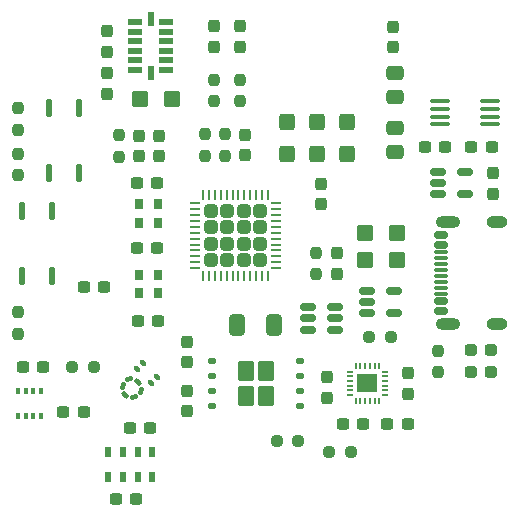
<source format=gtp>
G04 #@! TF.GenerationSoftware,KiCad,Pcbnew,8.0.5*
G04 #@! TF.CreationDate,2024-11-30T21:41:35+05:30*
G04 #@! TF.ProjectId,SNSRTG401V30,534e5352-5447-4343-9031-5633302e6b69,3.0*
G04 #@! TF.SameCoordinates,Original*
G04 #@! TF.FileFunction,Paste,Top*
G04 #@! TF.FilePolarity,Positive*
%FSLAX46Y46*%
G04 Gerber Fmt 4.6, Leading zero omitted, Abs format (unit mm)*
G04 Created by KiCad (PCBNEW 8.0.5) date 2024-11-30 21:41:35*
%MOMM*%
%LPD*%
G01*
G04 APERTURE LIST*
G04 Aperture macros list*
%AMRoundRect*
0 Rectangle with rounded corners*
0 $1 Rounding radius*
0 $2 $3 $4 $5 $6 $7 $8 $9 X,Y pos of 4 corners*
0 Add a 4 corners polygon primitive as box body*
4,1,4,$2,$3,$4,$5,$6,$7,$8,$9,$2,$3,0*
0 Add four circle primitives for the rounded corners*
1,1,$1+$1,$2,$3*
1,1,$1+$1,$4,$5*
1,1,$1+$1,$6,$7*
1,1,$1+$1,$8,$9*
0 Add four rect primitives between the rounded corners*
20,1,$1+$1,$2,$3,$4,$5,0*
20,1,$1+$1,$4,$5,$6,$7,0*
20,1,$1+$1,$6,$7,$8,$9,0*
20,1,$1+$1,$8,$9,$2,$3,0*%
%AMFreePoly0*
4,1,19,0.076537,0.434776,0.141421,0.391421,0.184776,0.326537,0.200000,0.250000,0.199999,0.000000,0.184776,-0.076537,0.141421,-0.141421,0.076537,-0.184776,0.000000,-0.199999,-0.076537,-0.184776,-0.141421,-0.141421,-0.184776,-0.076537,-0.199999,0.000000,-0.200000,0.250000,-0.184776,0.326537,-0.141421,0.391421,-0.076537,0.434776,0.000000,0.450000,0.076537,0.434776,0.076537,0.434776,
$1*%
%AMFreePoly1*
4,1,19,0.076537,0.184776,0.141421,0.141421,0.184776,0.076537,0.199999,0.000000,0.200000,-0.250000,0.184776,-0.326537,0.141421,-0.391421,0.076537,-0.434776,0.000000,-0.450000,-0.076537,-0.434776,-0.141421,-0.391421,-0.184776,-0.326537,-0.200000,-0.250000,-0.199999,0.000000,-0.184776,0.076537,-0.141421,0.141421,-0.076537,0.184776,0.000000,0.199999,0.076537,0.184776,0.076537,0.184776,
$1*%
%AMFreePoly2*
4,1,22,0.057542,0.358826,0.129370,0.328325,0.184059,0.272658,0.213282,0.200300,0.212590,0.122267,0.199999,0.000000,0.212590,-0.122267,0.213282,-0.200300,0.184059,-0.272658,0.129370,-0.328325,0.057542,-0.358826,-0.020491,-0.359518,-0.092849,-0.330295,-0.148516,-0.275607,-0.179017,-0.203778,-0.197661,-0.068352,-0.197661,0.068352,-0.179017,0.203778,-0.148516,0.275607,-0.092849,0.330295,
-0.020491,0.359518,0.057542,0.358826,0.057542,0.358826,$1*%
%AMFreePoly3*
4,1,22,0.239619,0.245557,0.301106,0.197505,0.339523,0.129580,0.349023,0.052124,0.328158,-0.023071,0.280106,-0.084557,0.212181,-0.122975,0.100000,-0.173205,0.000409,-0.245242,-0.066824,-0.284857,-0.144098,-0.295729,-0.219652,-0.276199,-0.281981,-0.229246,-0.321597,-0.162013,-0.332468,-0.084738,-0.312940,-0.009185,-0.265986,0.053144,-0.158025,0.137004,-0.039636,0.205357,0.086969,0.256922,
0.164424,0.266422,0.239619,0.245557,0.239619,0.245557,$1*%
%AMFreePoly4*
4,1,22,-0.066846,0.284852,0.000389,0.245242,0.099986,0.173213,0.212171,0.122991,0.280099,0.084578,0.328156,0.023096,0.349027,-0.052098,0.339534,-0.129554,0.301122,-0.197481,0.239639,-0.245538,0.164445,-0.266409,0.086989,-0.256917,-0.039620,-0.205359,-0.158014,-0.137016,-0.265981,-0.053165,-0.312941,0.009160,-0.332475,0.084712,-0.321610,0.161988,-0.281999,0.229224,-0.219674,0.276183,
-0.144122,0.295717,-0.066846,0.284852,-0.066846,0.284852,$1*%
%AMFreePoly5*
4,1,22,-0.086969,0.256922,0.039636,0.205357,0.158025,0.137004,0.265986,0.053144,0.312940,-0.009185,0.332468,-0.084738,0.321597,-0.162013,0.281981,-0.229246,0.219652,-0.276199,0.144098,-0.295729,0.066824,-0.284857,-0.000409,-0.245242,-0.100000,-0.173205,-0.212181,-0.122975,-0.280106,-0.084557,-0.328158,-0.023071,-0.349023,0.052124,-0.339523,0.129580,-0.301106,0.197505,-0.239619,0.245557,
-0.164424,0.266422,-0.086969,0.256922,-0.086969,0.256922,$1*%
%AMFreePoly6*
4,1,22,0.219650,0.276202,0.281979,0.229248,0.321596,0.162016,0.332467,0.084741,0.312940,0.009187,0.265986,-0.053143,0.158026,-0.137002,0.039638,-0.205355,-0.086966,-0.256923,-0.164421,-0.266423,-0.239617,-0.245559,-0.301104,-0.197507,-0.339522,-0.129583,-0.349022,-0.052127,-0.328158,0.023068,-0.280106,0.084555,-0.212182,0.122973,-0.100002,0.173204,-0.000411,0.245242,0.066822,0.284858,
0.144097,0.295730,0.219650,0.276202,0.219650,0.276202,$1*%
%AMFreePoly7*
4,1,22,0.092849,0.330295,0.148516,0.275607,0.179017,0.203778,0.197661,0.068352,0.197661,-0.068352,0.179017,-0.203778,0.148516,-0.275607,0.092849,-0.330295,0.020491,-0.359518,-0.057542,-0.358826,-0.129370,-0.328325,-0.184059,-0.272658,-0.213282,-0.200300,-0.212590,-0.122267,-0.199999,0.000000,-0.212590,0.122267,-0.213282,0.200300,-0.184059,0.272658,-0.129370,0.328325,-0.057542,0.358826,
0.020491,0.359518,0.092849,0.330295,0.092849,0.330295,$1*%
G04 Aperture macros list end*
%ADD10RoundRect,0.237500X0.250000X0.237500X-0.250000X0.237500X-0.250000X-0.237500X0.250000X-0.237500X0*%
%ADD11RoundRect,0.237500X0.300000X0.237500X-0.300000X0.237500X-0.300000X-0.237500X0.300000X-0.237500X0*%
%ADD12RoundRect,0.237500X0.237500X-0.300000X0.237500X0.300000X-0.237500X0.300000X-0.237500X-0.300000X0*%
%ADD13RoundRect,0.237500X0.237500X-0.250000X0.237500X0.250000X-0.237500X0.250000X-0.237500X-0.250000X0*%
%ADD14RoundRect,0.237500X-0.287500X-0.237500X0.287500X-0.237500X0.287500X0.237500X-0.287500X0.237500X0*%
%ADD15RoundRect,0.237500X-0.237500X0.250000X-0.237500X-0.250000X0.237500X-0.250000X0.237500X0.250000X0*%
%ADD16RoundRect,0.250000X-0.450000X-0.425000X0.450000X-0.425000X0.450000X0.425000X-0.450000X0.425000X0*%
%ADD17RoundRect,0.237500X-0.300000X-0.237500X0.300000X-0.237500X0.300000X0.237500X-0.300000X0.237500X0*%
%ADD18RoundRect,0.250000X0.425000X-0.450000X0.425000X0.450000X-0.425000X0.450000X-0.425000X-0.450000X0*%
%ADD19R,0.650000X0.850000*%
%ADD20R,1.145000X0.550000*%
%ADD21R,0.550000X1.145000*%
%ADD22RoundRect,0.150000X-0.512500X-0.150000X0.512500X-0.150000X0.512500X0.150000X-0.512500X0.150000X0*%
%ADD23RoundRect,0.237500X-0.237500X0.300000X-0.237500X-0.300000X0.237500X-0.300000X0.237500X0.300000X0*%
%ADD24RoundRect,0.100000X-0.712500X-0.100000X0.712500X-0.100000X0.712500X0.100000X-0.712500X0.100000X0*%
%ADD25RoundRect,0.250000X-0.435000X-0.615000X0.435000X-0.615000X0.435000X0.615000X-0.435000X0.615000X0*%
%ADD26RoundRect,0.125000X-0.200000X-0.125000X0.200000X-0.125000X0.200000X0.125000X-0.200000X0.125000X0*%
%ADD27RoundRect,0.250000X-0.315000X-0.315000X0.315000X-0.315000X0.315000X0.315000X-0.315000X0.315000X0*%
%ADD28RoundRect,0.062500X-0.375000X-0.062500X0.375000X-0.062500X0.375000X0.062500X-0.375000X0.062500X0*%
%ADD29RoundRect,0.062500X-0.062500X-0.375000X0.062500X-0.375000X0.062500X0.375000X-0.062500X0.375000X0*%
%ADD30RoundRect,0.250000X0.450000X0.425000X-0.450000X0.425000X-0.450000X-0.425000X0.450000X-0.425000X0*%
%ADD31RoundRect,0.237500X0.237500X-0.287500X0.237500X0.287500X-0.237500X0.287500X-0.237500X-0.287500X0*%
%ADD32R,0.550000X0.950000*%
%ADD33FreePoly0,225.000000*%
%ADD34FreePoly1,225.000000*%
%ADD35FreePoly2,225.000000*%
%ADD36FreePoly3,225.000000*%
%ADD37FreePoly4,225.000000*%
%ADD38FreePoly5,225.000000*%
%ADD39FreePoly6,225.000000*%
%ADD40FreePoly7,225.000000*%
%ADD41RoundRect,0.137500X-0.137500X0.587500X-0.137500X-0.587500X0.137500X-0.587500X0.137500X0.587500X0*%
%ADD42RoundRect,0.237500X-0.237500X0.287500X-0.237500X-0.287500X0.237500X-0.287500X0.237500X0.287500X0*%
%ADD43RoundRect,0.250000X-0.475000X0.337500X-0.475000X-0.337500X0.475000X-0.337500X0.475000X0.337500X0*%
%ADD44RoundRect,0.250000X-0.412500X-0.650000X0.412500X-0.650000X0.412500X0.650000X-0.412500X0.650000X0*%
%ADD45R,0.350000X0.500000*%
%ADD46RoundRect,0.050000X-0.225000X-0.050000X0.225000X-0.050000X0.225000X0.050000X-0.225000X0.050000X0*%
%ADD47RoundRect,0.050000X0.050000X-0.225000X0.050000X0.225000X-0.050000X0.225000X-0.050000X-0.225000X0*%
%ADD48R,1.700000X1.540000*%
%ADD49RoundRect,0.237500X-0.250000X-0.237500X0.250000X-0.237500X0.250000X0.237500X-0.250000X0.237500X0*%
%ADD50RoundRect,0.150000X0.425000X-0.150000X0.425000X0.150000X-0.425000X0.150000X-0.425000X-0.150000X0*%
%ADD51RoundRect,0.075000X0.500000X-0.075000X0.500000X0.075000X-0.500000X0.075000X-0.500000X-0.075000X0*%
%ADD52O,2.100000X1.000000*%
%ADD53O,1.800000X1.000000*%
G04 APERTURE END LIST*
D10*
X113259700Y-54740000D03*
X111434700Y-54740000D03*
X88138000Y-57277000D03*
X86313000Y-57277000D03*
D11*
X93562500Y-53380000D03*
X91837500Y-53380000D03*
D12*
X100965000Y-39370000D03*
X100965000Y-37645000D03*
D13*
X97536000Y-39420800D03*
X97536000Y-37595800D03*
D14*
X120025000Y-55850000D03*
X121775000Y-55850000D03*
D12*
X107893800Y-59894500D03*
X107893800Y-58169500D03*
D15*
X99269900Y-37595800D03*
X99269900Y-39420800D03*
D16*
X92042000Y-34569400D03*
X94742000Y-34569400D03*
D13*
X106950000Y-49445000D03*
X106950000Y-47620000D03*
D17*
X112969300Y-62128400D03*
X114694300Y-62128400D03*
X91761500Y-41706800D03*
X93486500Y-41706800D03*
D18*
X104521000Y-39246800D03*
X104521000Y-36546800D03*
D19*
X91949000Y-45072600D03*
X93599000Y-45072600D03*
X93599000Y-43522600D03*
X91949000Y-43522600D03*
D20*
X91634000Y-28118000D03*
X91634000Y-28918000D03*
X91634000Y-29718000D03*
X91634000Y-30518000D03*
X91634000Y-31318000D03*
X91634000Y-32118000D03*
D21*
X92934000Y-32418000D03*
D20*
X94234000Y-32118000D03*
X94234000Y-31318000D03*
X94234000Y-30518000D03*
X94234000Y-29718000D03*
X94234000Y-28918000D03*
X94234000Y-28118000D03*
D21*
X92934000Y-27818000D03*
D22*
X106235000Y-52230000D03*
X106235000Y-53180000D03*
X106235000Y-54130000D03*
X108510000Y-54130000D03*
X108510000Y-53180000D03*
X108510000Y-52230000D03*
D13*
X90220800Y-39495100D03*
X90220800Y-37670100D03*
D23*
X89281000Y-32436900D03*
X89281000Y-34161900D03*
X121900000Y-40875000D03*
X121900000Y-42600000D03*
D12*
X93675200Y-39445100D03*
X93675200Y-37720100D03*
D19*
X91949000Y-51041600D03*
X93599000Y-51041600D03*
X93599000Y-49491600D03*
X91949000Y-49491600D03*
D24*
X117475000Y-34800000D03*
X117475000Y-35450000D03*
X117475000Y-36100000D03*
X117475000Y-36750000D03*
X121700000Y-36750000D03*
X121700000Y-36100000D03*
X121700000Y-35450000D03*
X121700000Y-34800000D03*
D11*
X91740000Y-68470000D03*
X90015000Y-68470000D03*
D22*
X117305000Y-40760000D03*
X117305000Y-41710000D03*
X117305000Y-42660000D03*
X119580000Y-42660000D03*
X119580000Y-40760000D03*
D25*
X101004000Y-57599000D03*
X101004000Y-59749000D03*
X102704000Y-57599000D03*
X102704000Y-59749000D03*
D26*
X98104000Y-56769000D03*
X98104000Y-58039000D03*
X98104000Y-59309000D03*
X98104000Y-60579000D03*
X105604000Y-60579000D03*
X105604000Y-59309000D03*
X105604000Y-58039000D03*
X105604000Y-56769000D03*
D13*
X98298000Y-34798000D03*
X98298000Y-32973000D03*
D27*
X98030000Y-44070000D03*
X98030000Y-45470000D03*
X98030000Y-46870000D03*
X98030000Y-48270000D03*
X99430000Y-44070000D03*
X99430000Y-45470000D03*
X99430000Y-46870000D03*
X99430000Y-48270000D03*
X100830000Y-44070000D03*
X100830000Y-45470000D03*
X100830000Y-46870000D03*
X100830000Y-48270000D03*
X102230000Y-44070000D03*
X102230000Y-45470000D03*
X102230000Y-46870000D03*
X102230000Y-48270000D03*
D28*
X96692500Y-43420000D03*
X96692500Y-43920000D03*
X96692500Y-44420000D03*
X96692500Y-44920000D03*
X96692500Y-45420000D03*
X96692500Y-45920000D03*
X96692500Y-46420000D03*
X96692500Y-46920000D03*
X96692500Y-47420000D03*
X96692500Y-47920000D03*
X96692500Y-48420000D03*
X96692500Y-48920000D03*
D29*
X97380000Y-49607500D03*
X97880000Y-49607500D03*
X98380000Y-49607500D03*
X98880000Y-49607500D03*
X99380000Y-49607500D03*
X99880000Y-49607500D03*
X100380000Y-49607500D03*
X100880000Y-49607500D03*
X101380000Y-49607500D03*
X101880000Y-49607500D03*
X102380000Y-49607500D03*
X102880000Y-49607500D03*
D28*
X103567500Y-48920000D03*
X103567500Y-48420000D03*
X103567500Y-47920000D03*
X103567500Y-47420000D03*
X103567500Y-46920000D03*
X103567500Y-46420000D03*
X103567500Y-45920000D03*
X103567500Y-45420000D03*
X103567500Y-44920000D03*
X103567500Y-44420000D03*
X103567500Y-43920000D03*
X103567500Y-43420000D03*
D29*
X102880000Y-42732500D03*
X102380000Y-42732500D03*
X101880000Y-42732500D03*
X101380000Y-42732500D03*
X100880000Y-42732500D03*
X100380000Y-42732500D03*
X99880000Y-42732500D03*
X99380000Y-42732500D03*
X98880000Y-42732500D03*
X98380000Y-42732500D03*
X97880000Y-42732500D03*
X97380000Y-42732500D03*
D17*
X116145000Y-38690000D03*
X117870000Y-38690000D03*
D30*
X113820000Y-48242800D03*
X111120000Y-48242800D03*
D31*
X96060000Y-56880000D03*
X96060000Y-55130000D03*
D23*
X108706200Y-47670000D03*
X108706200Y-49395000D03*
D17*
X120100000Y-38700000D03*
X121825000Y-38700000D03*
D32*
X89335000Y-66615000D03*
X90585000Y-66615000D03*
X91835000Y-66615000D03*
X93085000Y-66615000D03*
X93085000Y-64465000D03*
X91835000Y-64465000D03*
X90585000Y-64465000D03*
X89335000Y-64465000D03*
D18*
X107061000Y-39246800D03*
X107061000Y-36546800D03*
D33*
X93401613Y-58061592D03*
D34*
X92376308Y-57036287D03*
D33*
X92906638Y-58556567D03*
D34*
X91881333Y-57531262D03*
D35*
X91913153Y-58524747D03*
D36*
X92120335Y-59297615D03*
D37*
X91140285Y-58317565D03*
D38*
X91554650Y-59863300D03*
D39*
X90574600Y-58883250D03*
D40*
X90781782Y-59656118D03*
D12*
X91948000Y-39445100D03*
X91948000Y-37720100D03*
D17*
X85545000Y-61140000D03*
X87270000Y-61140000D03*
D11*
X89025900Y-50495200D03*
X87300900Y-50495200D03*
D13*
X81711800Y-37209100D03*
X81711800Y-35384100D03*
D18*
X109601000Y-39246800D03*
X109601000Y-36546800D03*
D13*
X117250000Y-57750000D03*
X117250000Y-55925000D03*
D41*
X86868000Y-35394000D03*
X84328000Y-35394000D03*
X84328000Y-40894000D03*
X86868000Y-40894000D03*
D42*
X100507800Y-28450600D03*
X100507800Y-30200600D03*
D11*
X93486500Y-47193200D03*
X91761500Y-47193200D03*
D43*
X113614200Y-37011700D03*
X113614200Y-39086700D03*
D13*
X100533200Y-34798000D03*
X100533200Y-32973000D03*
D22*
X111275000Y-50840000D03*
X111275000Y-51790000D03*
X111275000Y-52740000D03*
X113550000Y-52740000D03*
X113550000Y-50840000D03*
D12*
X113436400Y-30224900D03*
X113436400Y-28499900D03*
D44*
X100235000Y-53760000D03*
X103360000Y-53760000D03*
D14*
X120025000Y-57705000D03*
X121775000Y-57705000D03*
D30*
X113820000Y-45920000D03*
X111120000Y-45920000D03*
D45*
X81700000Y-59350000D03*
X82350000Y-59350000D03*
X83000000Y-59350000D03*
X83650000Y-59350000D03*
X83650000Y-61400000D03*
X83000000Y-61400000D03*
X82350000Y-61400000D03*
X81700000Y-61400000D03*
D10*
X109903900Y-64465200D03*
X108078900Y-64465200D03*
D13*
X81711800Y-41044500D03*
X81711800Y-39219500D03*
D42*
X98272600Y-28450600D03*
X98272600Y-30200600D03*
D13*
X81711800Y-54481100D03*
X81711800Y-52656100D03*
D46*
X109797400Y-57676400D03*
X109797400Y-58076400D03*
X109797400Y-58476400D03*
X109797400Y-58876400D03*
X109797400Y-59276400D03*
X109797400Y-59676400D03*
D47*
X110297400Y-60176400D03*
X110697400Y-60176400D03*
X111097400Y-60176400D03*
X111497400Y-60176400D03*
X111897400Y-60176400D03*
X112297400Y-60176400D03*
D46*
X112797400Y-59676400D03*
X112797400Y-59276400D03*
X112797400Y-58876400D03*
X112797400Y-58476400D03*
X112797400Y-58076400D03*
X112797400Y-57676400D03*
D47*
X112297400Y-57176400D03*
X111897400Y-57176400D03*
X111497400Y-57176400D03*
X111097400Y-57176400D03*
X110697400Y-57176400D03*
X110297400Y-57176400D03*
D48*
X111297400Y-58676400D03*
D17*
X109216800Y-62128400D03*
X110941800Y-62128400D03*
D23*
X107370000Y-41785000D03*
X107370000Y-43510000D03*
D17*
X82095000Y-57277000D03*
X83820000Y-57277000D03*
D49*
X103632000Y-63525400D03*
X105457000Y-63525400D03*
D12*
X89281000Y-30583700D03*
X89281000Y-28858700D03*
D50*
X117545000Y-52520000D03*
X117545000Y-51720000D03*
D51*
X117545000Y-50570000D03*
X117545000Y-49570000D03*
X117545000Y-49070000D03*
X117545000Y-48070000D03*
D50*
X117545000Y-46920000D03*
X117545000Y-46120000D03*
X117545000Y-46120000D03*
X117545000Y-46920000D03*
D51*
X117545000Y-47570000D03*
X117545000Y-48570000D03*
X117545000Y-50070000D03*
X117545000Y-51070000D03*
D50*
X117545000Y-51720000D03*
X117545000Y-52520000D03*
D52*
X118120000Y-53640000D03*
D53*
X122300000Y-53640000D03*
D52*
X118120000Y-45000000D03*
D53*
X122300000Y-45000000D03*
D12*
X96060000Y-61035100D03*
X96060000Y-59310100D03*
D43*
X113614200Y-32363500D03*
X113614200Y-34438500D03*
D41*
X84582000Y-44113000D03*
X82042000Y-44113000D03*
X82042000Y-49613000D03*
X84582000Y-49613000D03*
D11*
X92920001Y-62470000D03*
X91194999Y-62470000D03*
D23*
X114751800Y-57812600D03*
X114751800Y-59537600D03*
M02*

</source>
